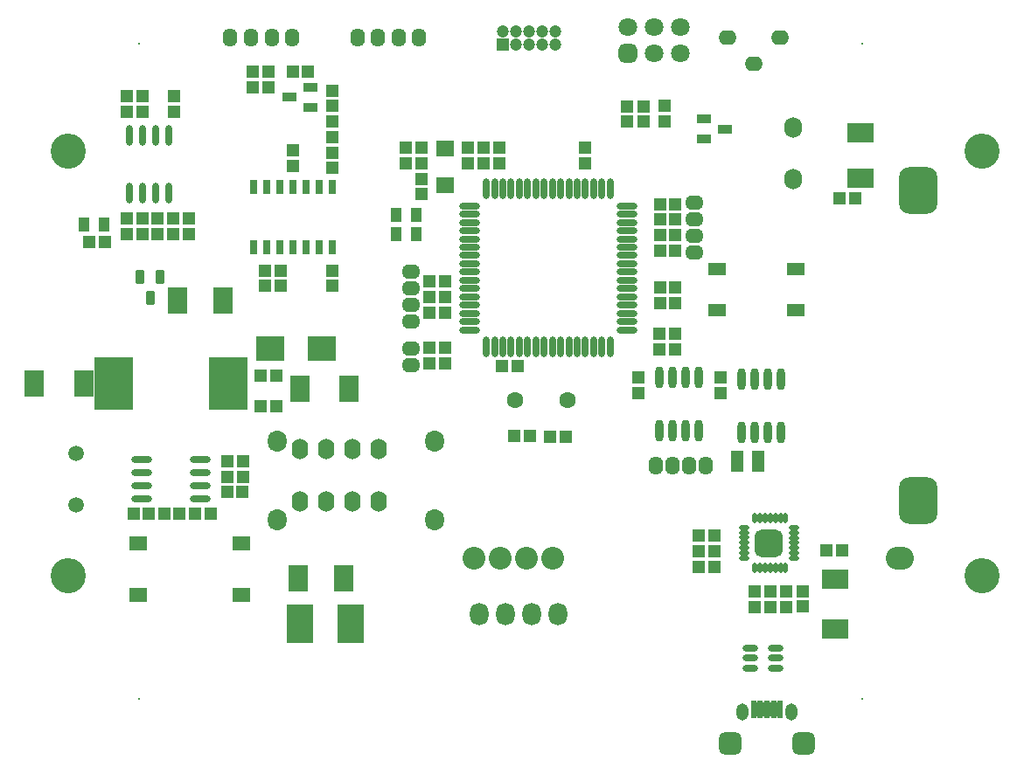
<source format=gts>
G04 Layer_Color=8388736*
%FSLAX25Y25*%
%MOIN*%
G70*
G01*
G75*
G04:AMPARAMS|DCode=73|XSize=67.06mil|YSize=23.75mil|CornerRadius=7.94mil|HoleSize=0mil|Usage=FLASHONLY|Rotation=270.000|XOffset=0mil|YOffset=0mil|HoleType=Round|Shape=RoundedRectangle|*
%AMROUNDEDRECTD73*
21,1,0.06706,0.00787,0,0,270.0*
21,1,0.05118,0.02375,0,0,270.0*
1,1,0.01587,-0.00394,-0.02559*
1,1,0.01587,-0.00394,0.02559*
1,1,0.01587,0.00394,0.02559*
1,1,0.01587,0.00394,-0.02559*
%
%ADD73ROUNDEDRECTD73*%
G04:AMPARAMS|DCode=74|XSize=67.06mil|YSize=22.96mil|CornerRadius=7.74mil|HoleSize=0mil|Usage=FLASHONLY|Rotation=270.000|XOffset=0mil|YOffset=0mil|HoleType=Round|Shape=RoundedRectangle|*
%AMROUNDEDRECTD74*
21,1,0.06706,0.00748,0,0,270.0*
21,1,0.05158,0.02296,0,0,270.0*
1,1,0.01548,-0.00374,-0.02579*
1,1,0.01548,-0.00374,0.02579*
1,1,0.01548,0.00374,0.02579*
1,1,0.01548,0.00374,-0.02579*
%
%ADD74ROUNDEDRECTD74*%
G04:AMPARAMS|DCode=75|XSize=86.74mil|YSize=86.74mil|CornerRadius=23.69mil|HoleSize=0mil|Usage=FLASHONLY|Rotation=180.000|XOffset=0mil|YOffset=0mil|HoleType=Round|Shape=RoundedRectangle|*
%AMROUNDEDRECTD75*
21,1,0.08674,0.03937,0,0,180.0*
21,1,0.03937,0.08674,0,0,180.0*
1,1,0.04737,-0.01969,0.01969*
1,1,0.04737,0.01969,0.01969*
1,1,0.04737,0.01969,-0.01969*
1,1,0.04737,-0.01969,-0.01969*
%
%ADD75ROUNDEDRECTD75*%
%ADD76R,0.04737X0.04737*%
%ADD77R,0.07493X0.10249*%
%ADD78R,0.04737X0.04737*%
%ADD79R,0.14579X0.20485*%
%ADD80O,0.07887X0.02769*%
%ADD81R,0.10249X0.07493*%
G04:AMPARAMS|DCode=82|XSize=33.59mil|YSize=55.24mil|CornerRadius=7.2mil|HoleSize=0mil|Usage=FLASHONLY|Rotation=90.000|XOffset=0mil|YOffset=0mil|HoleType=Round|Shape=RoundedRectangle|*
%AMROUNDEDRECTD82*
21,1,0.03359,0.04085,0,0,90.0*
21,1,0.01919,0.05524,0,0,90.0*
1,1,0.01440,0.02042,0.00960*
1,1,0.01440,0.02042,-0.00960*
1,1,0.01440,-0.02042,-0.00960*
1,1,0.01440,-0.02042,0.00960*
%
%ADD82ROUNDEDRECTD82*%
%ADD83R,0.10249X0.14579*%
G04:AMPARAMS|DCode=84|XSize=33.59mil|YSize=55.24mil|CornerRadius=7.2mil|HoleSize=0mil|Usage=FLASHONLY|Rotation=0.000|XOffset=0mil|YOffset=0mil|HoleType=Round|Shape=RoundedRectangle|*
%AMROUNDEDRECTD84*
21,1,0.03359,0.04085,0,0,0.0*
21,1,0.01919,0.05524,0,0,0.0*
1,1,0.01440,0.00960,-0.02042*
1,1,0.01440,-0.00960,-0.02042*
1,1,0.01440,-0.00960,0.02042*
1,1,0.01440,0.00960,0.02042*
%
%ADD84ROUNDEDRECTD84*%
%ADD85R,0.04343X0.05524*%
%ADD86O,0.03162X0.08280*%
%ADD87O,0.02769X0.07887*%
%ADD88R,0.07099X0.05918*%
G04:AMPARAMS|DCode=89|XSize=177.29mil|YSize=145.79mil|CornerRadius=38.45mil|HoleSize=0mil|Usage=FLASHONLY|Rotation=270.000|XOffset=0mil|YOffset=0mil|HoleType=Round|Shape=RoundedRectangle|*
%AMROUNDEDRECTD89*
21,1,0.17729,0.06890,0,0,270.0*
21,1,0.10039,0.14579,0,0,270.0*
1,1,0.07690,-0.03445,-0.05020*
1,1,0.07690,-0.03445,0.05020*
1,1,0.07690,0.03445,0.05020*
1,1,0.07690,0.03445,-0.05020*
%
%ADD89ROUNDEDRECTD89*%
%ADD90O,0.05918X0.02572*%
%ADD91R,0.07099X0.04737*%
%ADD92R,0.03084X0.05446*%
%ADD93O,0.02572X0.07887*%
%ADD94O,0.07887X0.02572*%
%ADD95R,0.06706X0.05524*%
%ADD96R,0.05131X0.08280*%
G04:AMPARAMS|DCode=97|XSize=106.42mil|YSize=106.42mil|CornerRadius=28.61mil|HoleSize=0mil|Usage=FLASHONLY|Rotation=90.000|XOffset=0mil|YOffset=0mil|HoleType=Round|Shape=RoundedRectangle|*
%AMROUNDEDRECTD97*
21,1,0.10642,0.04921,0,0,90.0*
21,1,0.04921,0.10642,0,0,90.0*
1,1,0.05721,0.02461,0.02461*
1,1,0.05721,0.02461,-0.02461*
1,1,0.05721,-0.02461,-0.02461*
1,1,0.05721,-0.02461,0.02461*
%
%ADD97ROUNDEDRECTD97*%
G04:AMPARAMS|DCode=98|XSize=17.84mil|YSize=41.47mil|CornerRadius=6.46mil|HoleSize=0mil|Usage=FLASHONLY|Rotation=90.000|XOffset=0mil|YOffset=0mil|HoleType=Round|Shape=RoundedRectangle|*
%AMROUNDEDRECTD98*
21,1,0.01784,0.02854,0,0,90.0*
21,1,0.00492,0.04147,0,0,90.0*
1,1,0.01292,0.01427,0.00246*
1,1,0.01292,0.01427,-0.00246*
1,1,0.01292,-0.01427,-0.00246*
1,1,0.01292,-0.01427,0.00246*
%
%ADD98ROUNDEDRECTD98*%
G04:AMPARAMS|DCode=99|XSize=17.84mil|YSize=41.47mil|CornerRadius=6.46mil|HoleSize=0mil|Usage=FLASHONLY|Rotation=180.000|XOffset=0mil|YOffset=0mil|HoleType=Round|Shape=RoundedRectangle|*
%AMROUNDEDRECTD99*
21,1,0.01784,0.02854,0,0,180.0*
21,1,0.00492,0.04147,0,0,180.0*
1,1,0.01292,-0.00246,0.01427*
1,1,0.01292,0.00246,0.01427*
1,1,0.01292,0.00246,-0.01427*
1,1,0.01292,-0.00246,-0.01427*
%
%ADD99ROUNDEDRECTD99*%
%ADD100R,0.11036X0.09461*%
%ADD101O,0.04737X0.06509*%
%ADD102O,0.05131X0.08674*%
%ADD103O,0.07099X0.08674*%
%ADD104O,0.06800X0.07887*%
%ADD105O,0.07099X0.08280*%
%ADD106C,0.00800*%
%ADD107C,0.13398*%
%ADD108O,0.06312X0.07887*%
%ADD109O,0.05524X0.07099*%
%ADD110C,0.04737*%
%ADD111C,0.07099*%
G04:AMPARAMS|DCode=112|XSize=70.99mil|YSize=70.99mil|CornerRadius=19.75mil|HoleSize=0mil|Usage=FLASHONLY|Rotation=180.000|XOffset=0mil|YOffset=0mil|HoleType=Round|Shape=RoundedRectangle|*
%AMROUNDEDRECTD112*
21,1,0.07099,0.03150,0,0,180.0*
21,1,0.03150,0.07099,0,0,180.0*
1,1,0.03950,-0.01575,0.01575*
1,1,0.03950,0.01575,0.01575*
1,1,0.03950,0.01575,-0.01575*
1,1,0.03950,-0.01575,-0.01575*
%
%ADD112ROUNDEDRECTD112*%
%ADD113C,0.05918*%
%ADD114C,0.06312*%
%ADD115O,0.07099X0.05524*%
%ADD116O,0.05524X0.07099*%
%ADD117O,0.06800X0.05524*%
%ADD118O,0.10642X0.08674*%
%ADD119C,0.08674*%
%ADD120C,0.03556*%
D73*
X286500Y17584D02*
D03*
X283941D02*
D03*
X289059D02*
D03*
D74*
X291618D02*
D03*
X281382D02*
D03*
D75*
X300575Y4789D02*
D03*
X272425D02*
D03*
D76*
X45047Y92200D02*
D03*
X50953D02*
D03*
X56747D02*
D03*
X62653D02*
D03*
X74553D02*
D03*
X68647D02*
D03*
X34053Y196000D02*
D03*
X28147D02*
D03*
X93647Y144900D02*
D03*
X99553D02*
D03*
X163853Y149600D02*
D03*
X157947D02*
D03*
X111653Y261000D02*
D03*
X105747D02*
D03*
X245647Y155100D02*
D03*
X251553D02*
D03*
X245647Y161100D02*
D03*
X251553D02*
D03*
X266553Y78000D02*
D03*
X260647D02*
D03*
X266553Y83900D02*
D03*
X260647D02*
D03*
X99453Y133400D02*
D03*
X93547D02*
D03*
X86705Y100500D02*
D03*
X80800D02*
D03*
X196253Y121900D02*
D03*
X190347D02*
D03*
X203847Y121800D02*
D03*
X209753D02*
D03*
X157947Y155500D02*
D03*
X163853D02*
D03*
X191453Y148800D02*
D03*
X185547D02*
D03*
X251653Y178800D02*
D03*
X245747D02*
D03*
X251653Y172800D02*
D03*
X245747D02*
D03*
X309247Y78200D02*
D03*
X315153D02*
D03*
X266553Y72000D02*
D03*
X260647D02*
D03*
X163853Y181000D02*
D03*
X157947D02*
D03*
X163853Y175000D02*
D03*
X157947D02*
D03*
X163853Y169000D02*
D03*
X157947D02*
D03*
X251653Y210400D02*
D03*
X245747D02*
D03*
X251653Y204600D02*
D03*
X245747D02*
D03*
X251653Y198800D02*
D03*
X245747D02*
D03*
X251653Y192800D02*
D03*
X245747D02*
D03*
X320153Y212500D02*
D03*
X314247D02*
D03*
X185800Y271300D02*
D03*
D77*
X26149Y142100D02*
D03*
X7251D02*
D03*
X127349Y140100D02*
D03*
X108451D02*
D03*
X61939Y173500D02*
D03*
X79261D02*
D03*
X125361Y67700D02*
D03*
X108039D02*
D03*
D78*
X80800Y106347D02*
D03*
Y112253D02*
D03*
X86800Y106347D02*
D03*
Y112253D02*
D03*
X247500Y247853D02*
D03*
Y241947D02*
D03*
X239600Y241847D02*
D03*
Y247753D02*
D03*
X300100Y56847D02*
D03*
Y62753D02*
D03*
X172500Y226147D02*
D03*
Y232053D02*
D03*
X48500Y251653D02*
D03*
Y245747D02*
D03*
X60200Y199147D02*
D03*
Y205053D02*
D03*
X54300Y199147D02*
D03*
Y205053D02*
D03*
X48400Y199147D02*
D03*
Y205053D02*
D03*
X42600Y251653D02*
D03*
Y245747D02*
D03*
X60700Y251653D02*
D03*
Y245747D02*
D03*
X42500Y205053D02*
D03*
Y199147D02*
D03*
X101200Y179247D02*
D03*
Y185153D02*
D03*
X95300Y179247D02*
D03*
Y185153D02*
D03*
X105800Y231053D02*
D03*
Y225147D02*
D03*
X154900Y214247D02*
D03*
Y220153D02*
D03*
X233200Y247753D02*
D03*
Y241847D02*
D03*
X121000Y253753D02*
D03*
Y247847D02*
D03*
X90700Y261000D02*
D03*
Y255095D02*
D03*
X96600Y261000D02*
D03*
Y255095D02*
D03*
X121000Y230153D02*
D03*
Y224247D02*
D03*
X287800Y56747D02*
D03*
Y62653D02*
D03*
X282000Y56747D02*
D03*
Y62653D02*
D03*
X148900Y232053D02*
D03*
Y226147D02*
D03*
X154900Y232053D02*
D03*
Y226147D02*
D03*
X120800Y179247D02*
D03*
Y185153D02*
D03*
X237400Y138447D02*
D03*
Y144353D02*
D03*
X66100Y205053D02*
D03*
Y199147D02*
D03*
X268800Y138447D02*
D03*
Y144353D02*
D03*
X184400Y232053D02*
D03*
Y226147D02*
D03*
X178400Y232053D02*
D03*
Y226147D02*
D03*
X217100D02*
D03*
Y232053D02*
D03*
X293800Y62653D02*
D03*
Y56747D02*
D03*
X121000Y236047D02*
D03*
Y241953D02*
D03*
D79*
X37523Y141900D02*
D03*
X81277D02*
D03*
D80*
X70424Y98100D02*
D03*
Y103100D02*
D03*
Y108100D02*
D03*
Y113100D02*
D03*
X48376Y98100D02*
D03*
Y103100D02*
D03*
Y108100D02*
D03*
Y113100D02*
D03*
D81*
X322300Y237761D02*
D03*
Y220439D02*
D03*
X312500Y48451D02*
D03*
Y67349D02*
D03*
D82*
X262563Y235163D02*
D03*
X270437Y239100D02*
D03*
X262563Y243037D02*
D03*
X112537Y247263D02*
D03*
X104663Y251200D02*
D03*
X112537Y255137D02*
D03*
D83*
X108688Y50400D02*
D03*
X127999D02*
D03*
D84*
X47463Y182537D02*
D03*
X51400Y174663D02*
D03*
X55337Y182537D02*
D03*
D85*
X26063Y202500D02*
D03*
X33937D02*
D03*
X153037Y199100D02*
D03*
X145163D02*
D03*
X153037Y206300D02*
D03*
X145163D02*
D03*
D86*
X245400Y123854D02*
D03*
X250400D02*
D03*
X255400D02*
D03*
X260400D02*
D03*
X245400Y144327D02*
D03*
X250400D02*
D03*
X255400D02*
D03*
X260400D02*
D03*
X276800Y123264D02*
D03*
X281800D02*
D03*
X286800D02*
D03*
X291800D02*
D03*
X276800Y143736D02*
D03*
X281800D02*
D03*
X286800D02*
D03*
X291800D02*
D03*
D87*
X58700Y236724D02*
D03*
X53700D02*
D03*
X48700D02*
D03*
X43700D02*
D03*
X58700Y214676D02*
D03*
X53700D02*
D03*
X48700D02*
D03*
X43700D02*
D03*
D88*
X163900Y217613D02*
D03*
Y231787D02*
D03*
D89*
X344100Y97445D02*
D03*
Y215555D02*
D03*
D90*
X290042Y33460D02*
D03*
Y37200D02*
D03*
Y40940D02*
D03*
X280358Y33460D02*
D03*
Y37200D02*
D03*
Y40940D02*
D03*
D91*
X267541Y185800D02*
D03*
X297659D02*
D03*
X267541Y170100D02*
D03*
X297659D02*
D03*
D92*
X120800Y194083D02*
D03*
X115800D02*
D03*
X110800D02*
D03*
X105800D02*
D03*
X100800D02*
D03*
X95800D02*
D03*
X90800D02*
D03*
Y216917D02*
D03*
X95800D02*
D03*
X100800D02*
D03*
X105800D02*
D03*
X110800D02*
D03*
X115800D02*
D03*
X120800D02*
D03*
D93*
X179578Y216218D02*
D03*
X182728D02*
D03*
X185877D02*
D03*
X189027D02*
D03*
X192176D02*
D03*
X195326D02*
D03*
X198476D02*
D03*
X201625D02*
D03*
X204775D02*
D03*
X207924D02*
D03*
X211074D02*
D03*
X214224D02*
D03*
X217373D02*
D03*
X220523D02*
D03*
X223672D02*
D03*
X226822D02*
D03*
Y155982D02*
D03*
X223672D02*
D03*
X220523D02*
D03*
X217373D02*
D03*
X214224D02*
D03*
X211074D02*
D03*
X207924D02*
D03*
X204775D02*
D03*
X201625D02*
D03*
X198476D02*
D03*
X195326D02*
D03*
X192176D02*
D03*
X189027D02*
D03*
X185877D02*
D03*
X182728D02*
D03*
X179578D02*
D03*
D94*
X233318Y209722D02*
D03*
Y206572D02*
D03*
Y203423D02*
D03*
Y200273D02*
D03*
Y197124D02*
D03*
Y193974D02*
D03*
Y190824D02*
D03*
Y187675D02*
D03*
Y184525D02*
D03*
Y181376D02*
D03*
Y178226D02*
D03*
Y175076D02*
D03*
Y171927D02*
D03*
Y168777D02*
D03*
Y165628D02*
D03*
Y162478D02*
D03*
X173082D02*
D03*
Y165628D02*
D03*
Y168777D02*
D03*
Y171927D02*
D03*
Y175076D02*
D03*
Y178226D02*
D03*
Y181376D02*
D03*
Y184525D02*
D03*
Y187675D02*
D03*
Y190824D02*
D03*
Y193974D02*
D03*
Y197124D02*
D03*
Y200273D02*
D03*
Y203423D02*
D03*
Y206572D02*
D03*
Y209722D02*
D03*
D95*
X86100Y61300D02*
D03*
Y80985D02*
D03*
X46730Y61300D02*
D03*
Y80985D02*
D03*
D96*
X283137Y112200D02*
D03*
X275263D02*
D03*
D97*
X287200Y81100D02*
D03*
D98*
X277950Y75291D02*
D03*
Y77260D02*
D03*
Y79228D02*
D03*
Y81197D02*
D03*
Y83165D02*
D03*
Y85134D02*
D03*
Y87102D02*
D03*
X297000Y87074D02*
D03*
Y85106D02*
D03*
Y83137D02*
D03*
Y81169D02*
D03*
Y79200D02*
D03*
Y77232D02*
D03*
Y75263D02*
D03*
D99*
X281894Y90498D02*
D03*
X283863D02*
D03*
X285831D02*
D03*
X287800D02*
D03*
X289769D02*
D03*
X291737D02*
D03*
X293706D02*
D03*
X293706Y71600D02*
D03*
X291737D02*
D03*
X289769D02*
D03*
X287800D02*
D03*
X285831D02*
D03*
X283863D02*
D03*
X281894D02*
D03*
D100*
X116842Y155300D02*
D03*
X97158D02*
D03*
D101*
X277051Y16600D02*
D03*
X295949D02*
D03*
D102*
X300575Y4789D02*
D03*
X272425D02*
D03*
D103*
X207000Y54000D02*
D03*
X197000D02*
D03*
X187000D02*
D03*
X177000D02*
D03*
D104*
X296700Y219858D02*
D03*
Y239543D02*
D03*
D105*
X160000Y120000D02*
D03*
Y90000D02*
D03*
X100000D02*
D03*
Y120000D02*
D03*
D106*
X322890Y271524D02*
D03*
X322890Y21524D02*
D03*
X47300D02*
D03*
Y271524D02*
D03*
D107*
X368492Y68587D02*
D03*
Y230791D02*
D03*
X20067D02*
D03*
Y68587D02*
D03*
D108*
X128400Y116900D02*
D03*
X138400D02*
D03*
Y96900D02*
D03*
X128400D02*
D03*
X118400Y116900D02*
D03*
X108400D02*
D03*
X118400Y96900D02*
D03*
X108400D02*
D03*
D109*
X146137Y273900D02*
D03*
X138263D02*
D03*
X130389D02*
D03*
X154011D02*
D03*
X97737D02*
D03*
X89863D02*
D03*
X81989D02*
D03*
X105611D02*
D03*
D110*
X195800Y276300D02*
D03*
Y271300D02*
D03*
X190800Y276300D02*
D03*
Y271300D02*
D03*
X185800Y276300D02*
D03*
X200800Y271300D02*
D03*
Y276300D02*
D03*
X205800D02*
D03*
Y271300D02*
D03*
D111*
X253700Y267900D02*
D03*
X243700D02*
D03*
X233700Y277900D02*
D03*
X243700D02*
D03*
X253700D02*
D03*
D112*
X233700Y267900D02*
D03*
D113*
X23100Y115243D02*
D03*
Y95557D02*
D03*
D114*
X190400Y135700D02*
D03*
X210479D02*
D03*
D115*
X150800Y178400D02*
D03*
Y172100D02*
D03*
Y165800D02*
D03*
Y184700D02*
D03*
Y155200D02*
D03*
Y148900D02*
D03*
X258900Y211000D02*
D03*
Y192100D02*
D03*
Y198400D02*
D03*
Y204700D02*
D03*
D116*
X250500Y110700D02*
D03*
X256800D02*
D03*
X263100D02*
D03*
X244200D02*
D03*
D117*
X281400Y264000D02*
D03*
X271400Y274000D02*
D03*
X291400D02*
D03*
D118*
X337100Y75400D02*
D03*
D119*
X174913Y75300D02*
D03*
X184913D02*
D03*
X194913D02*
D03*
X204913D02*
D03*
D120*
X289300Y79000D02*
D03*
X285300D02*
D03*
X289300Y83000D02*
D03*
X285300D02*
D03*
M02*

</source>
